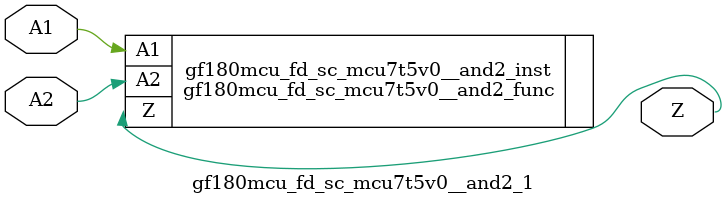
<source format=v>

`ifndef GF180MCU_FD_SC_MCU7T5V0__AND2_1_V
`define GF180MCU_FD_SC_MCU7T5V0__AND2_1_V

`include "gf180mcu_fd_sc_mcu7t5v0__and2.v"

`ifdef USE_POWER_PINS
module gf180mcu_fd_sc_mcu7t5v0__and2_1( A1, A2, Z, VDD, VSS );
inout VDD, VSS;
`else // If not USE_POWER_PINS
module gf180mcu_fd_sc_mcu7t5v0__and2_1( A1, A2, Z );
`endif // If not USE_POWER_PINS
input A1, A2;
output Z;

`ifdef USE_POWER_PINS
  gf180mcu_fd_sc_mcu7t5v0__and2_func gf180mcu_fd_sc_mcu7t5v0__and2_inst(.A1(A1),.A2(A2),.Z(Z),.VDD(VDD),.VSS(VSS));
`else // If not USE_POWER_PINS
  gf180mcu_fd_sc_mcu7t5v0__and2_func gf180mcu_fd_sc_mcu7t5v0__and2_inst(.A1(A1),.A2(A2),.Z(Z));
`endif // If not USE_POWER_PINS

`ifndef FUNCTIONAL
	// spec_gates_begin


	// spec_gates_end



   specify

	// specify_block_begin

	// comb arc A1 --> Z
	 (A1 => Z) = (1.0,1.0);

	// comb arc A2 --> Z
	 (A2 => Z) = (1.0,1.0);

	// specify_block_end

   endspecify

   `endif

endmodule
`endif // GF180MCU_FD_SC_MCU7T5V0__AND2_1_V

</source>
